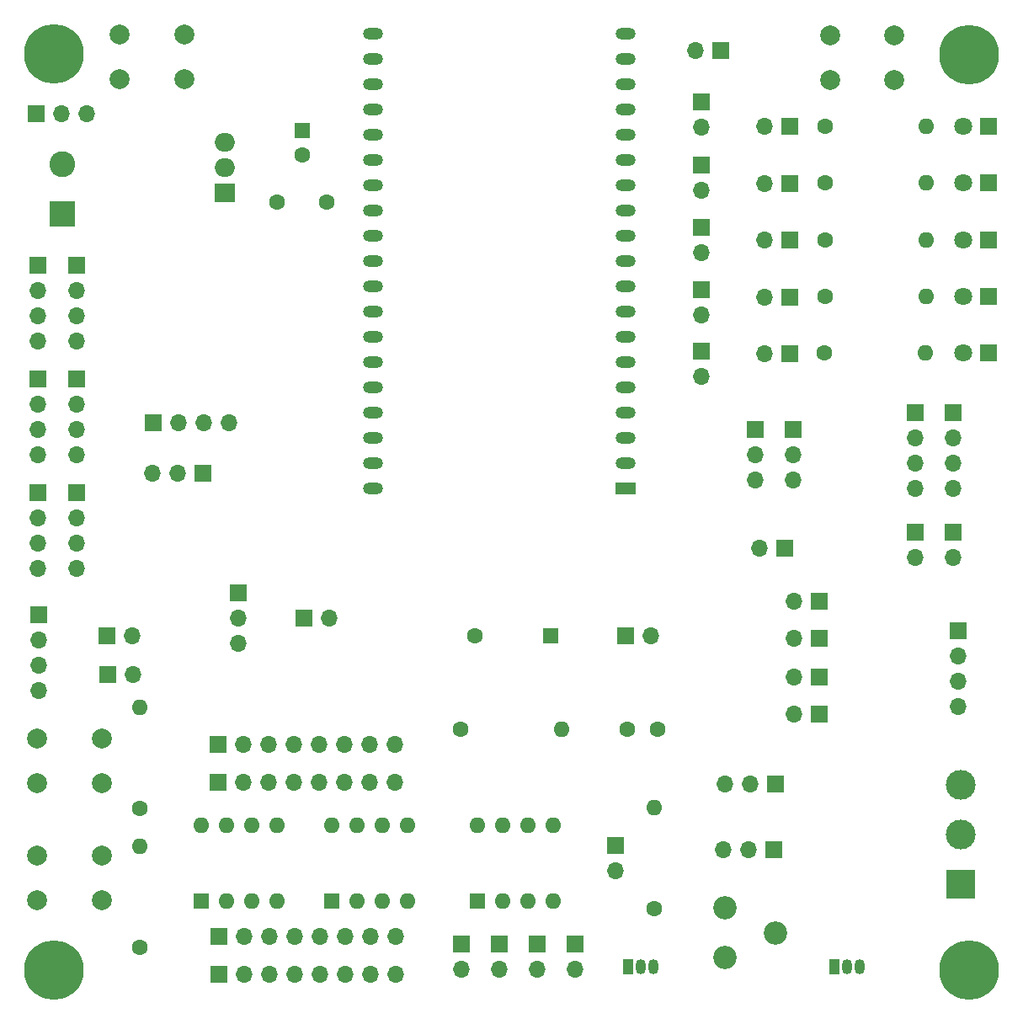
<source format=gbs>
G04 #@! TF.GenerationSoftware,KiCad,Pcbnew,8.0.7*
G04 #@! TF.CreationDate,2025-01-04T16:17:54-06:00*
G04 #@! TF.ProjectId,base_esp32,62617365-5f65-4737-9033-322e6b696361,v0.1*
G04 #@! TF.SameCoordinates,Original*
G04 #@! TF.FileFunction,Soldermask,Bot*
G04 #@! TF.FilePolarity,Negative*
%FSLAX46Y46*%
G04 Gerber Fmt 4.6, Leading zero omitted, Abs format (unit mm)*
G04 Created by KiCad (PCBNEW 8.0.7) date 2025-01-04 16:17:54*
%MOMM*%
%LPD*%
G01*
G04 APERTURE LIST*
%ADD10R,1.700000X1.700000*%
%ADD11O,1.700000X1.700000*%
%ADD12R,1.800000X1.800000*%
%ADD13C,1.800000*%
%ADD14C,1.600000*%
%ADD15R,1.600000X1.600000*%
%ADD16O,1.600000X1.600000*%
%ADD17C,2.000000*%
%ADD18R,1.050000X1.500000*%
%ADD19O,1.050000X1.500000*%
%ADD20C,3.400000*%
%ADD21C,6.000000*%
%ADD22R,2.600000X2.600000*%
%ADD23C,2.600000*%
%ADD24C,2.340000*%
%ADD25R,3.000000X3.000000*%
%ADD26C,3.000000*%
%ADD27R,2.000000X1.200000*%
%ADD28O,2.000000X1.200000*%
%ADD29R,2.000000X1.905000*%
%ADD30O,2.000000X1.905000*%
G04 APERTURE END LIST*
D10*
X105171000Y-60960000D03*
D11*
X107711000Y-60960000D03*
X110251000Y-60960000D03*
D10*
X180975000Y-73660000D03*
D11*
X178435000Y-73660000D03*
D10*
X197891400Y-112955000D03*
D11*
X197891400Y-115495000D03*
X197891400Y-118035000D03*
X197891400Y-120575000D03*
D12*
X200914000Y-73587000D03*
D13*
X198374000Y-73587000D03*
D12*
X200914000Y-67908500D03*
D13*
X198374000Y-67908500D03*
D10*
X183951800Y-121310400D03*
D11*
X181411800Y-121310400D03*
D10*
X105410000Y-111328200D03*
D11*
X105410000Y-113868200D03*
X105410000Y-116408200D03*
X105410000Y-118948200D03*
D14*
X129427600Y-69799200D03*
X134427600Y-69799200D03*
D15*
X121798000Y-140106800D03*
D16*
X124338000Y-140106800D03*
X126878000Y-140106800D03*
X129418000Y-140106800D03*
X129418000Y-132486800D03*
X126878000Y-132486800D03*
X124338000Y-132486800D03*
X121798000Y-132486800D03*
D10*
X193598800Y-90992800D03*
D11*
X193598800Y-93532800D03*
X193598800Y-96072800D03*
X193598800Y-98612800D03*
D17*
X105260000Y-135545000D03*
X111760000Y-135545000D03*
X105260000Y-140045000D03*
X111760000Y-140045000D03*
D10*
X183951800Y-113690400D03*
D11*
X181411800Y-113690400D03*
D14*
X184540000Y-79265500D03*
D16*
X194700000Y-79265500D03*
D10*
X173990000Y-54610000D03*
D11*
X171450000Y-54610000D03*
D10*
X172059600Y-84836000D03*
D11*
X172059600Y-87376000D03*
D18*
X164744400Y-146710400D03*
D19*
X166014400Y-146710400D03*
X167284400Y-146710400D03*
D10*
X123535200Y-147472800D03*
D11*
X126075200Y-147472800D03*
X128615200Y-147472800D03*
X131155200Y-147472800D03*
X133695200Y-147472800D03*
X136235200Y-147472800D03*
X138775200Y-147472800D03*
X141315200Y-147472800D03*
D10*
X151739600Y-144368600D03*
D11*
X151739600Y-146908600D03*
D10*
X172059600Y-66085800D03*
D11*
X172059600Y-68625800D03*
D20*
X199000000Y-147000000D03*
D21*
X199000000Y-147000000D03*
D22*
X107831000Y-70993000D03*
D23*
X107831000Y-65993000D03*
D10*
X172059600Y-78587600D03*
D11*
X172059600Y-81127600D03*
D17*
X105260000Y-123770000D03*
X111760000Y-123770000D03*
X105260000Y-128270000D03*
X111760000Y-128270000D03*
D10*
X180975000Y-85090000D03*
D11*
X178435000Y-85090000D03*
D10*
X172085000Y-59740800D03*
D11*
X172085000Y-62280800D03*
D14*
X147904200Y-122783600D03*
D16*
X158064200Y-122783600D03*
D10*
X123509800Y-124384200D03*
D11*
X126049800Y-124384200D03*
X128589800Y-124384200D03*
X131129800Y-124384200D03*
X133669800Y-124384200D03*
X136209800Y-124384200D03*
X138749800Y-124384200D03*
X141289800Y-124384200D03*
D14*
X184540000Y-62230000D03*
D16*
X194700000Y-62230000D03*
D17*
X184989324Y-53071200D03*
X191489324Y-53071200D03*
X184989324Y-57571200D03*
X191489324Y-57571200D03*
D15*
X134939800Y-140106800D03*
D16*
X137479800Y-140106800D03*
X140019800Y-140106800D03*
X142559800Y-140106800D03*
X142559800Y-132486800D03*
X140019800Y-132486800D03*
X137479800Y-132486800D03*
X134939800Y-132486800D03*
D10*
X181299800Y-92674200D03*
D11*
X181299800Y-95214200D03*
X181299800Y-97754200D03*
D10*
X121991600Y-97053400D03*
D11*
X119451600Y-97053400D03*
X116911600Y-97053400D03*
D10*
X109220000Y-99060000D03*
D11*
X109220000Y-101600000D03*
X109220000Y-104140000D03*
X109220000Y-106680000D03*
D10*
X180975000Y-67945000D03*
D11*
X178435000Y-67945000D03*
D10*
X132105400Y-111633000D03*
D11*
X134645400Y-111633000D03*
D14*
X184480000Y-84944000D03*
D16*
X194640000Y-84944000D03*
D18*
X185470800Y-146685000D03*
D19*
X186740800Y-146685000D03*
X188010800Y-146685000D03*
D10*
X193598800Y-102971600D03*
D11*
X193598800Y-105511600D03*
D12*
X200914000Y-62230000D03*
D13*
X198374000Y-62230000D03*
D24*
X174487200Y-145796000D03*
X179487200Y-143296000D03*
X174487200Y-140796000D03*
D10*
X180975000Y-62230000D03*
D11*
X178435000Y-62230000D03*
D10*
X164485400Y-113411000D03*
D11*
X167025400Y-113411000D03*
D14*
X115570000Y-144780000D03*
D16*
X115570000Y-134620000D03*
D14*
X167640000Y-122809000D03*
X164640000Y-122809000D03*
D25*
X198120000Y-138430000D03*
D26*
X198120000Y-133430000D03*
X198120000Y-128430000D03*
D10*
X183951800Y-109931200D03*
D11*
X181411800Y-109931200D03*
D12*
X200914000Y-84944000D03*
D13*
X198374000Y-84944000D03*
D10*
X125552200Y-109118400D03*
D11*
X125552200Y-111658400D03*
X125552200Y-114198400D03*
D10*
X112359600Y-117348000D03*
D11*
X114899600Y-117348000D03*
D10*
X180467000Y-104597200D03*
D11*
X177927000Y-104597200D03*
D10*
X177489800Y-92674200D03*
D11*
X177489800Y-95214200D03*
X177489800Y-97754200D03*
D27*
X164465000Y-98643440D03*
D28*
X164465000Y-96103440D03*
X164465000Y-93563440D03*
X164465000Y-91023440D03*
X164465000Y-88483440D03*
X164465000Y-85943440D03*
X164465000Y-83403440D03*
X164465000Y-80863440D03*
X164465000Y-78323440D03*
X164465000Y-75783440D03*
X164465000Y-73243440D03*
X164465000Y-70703440D03*
X164465000Y-68163440D03*
X164465000Y-65623440D03*
X164465000Y-63083440D03*
X164465000Y-60543440D03*
X164465000Y-58003440D03*
X164465000Y-55463440D03*
X164465000Y-52923440D03*
X139068680Y-52926160D03*
X139068680Y-55466160D03*
X139065000Y-58003440D03*
X139065000Y-60543440D03*
X139065000Y-63083440D03*
X139065000Y-65623440D03*
X139065000Y-68163440D03*
X139065000Y-70703440D03*
X139065000Y-73243440D03*
X139065000Y-75783440D03*
X139065000Y-78323440D03*
X139065000Y-80863440D03*
X139065000Y-83403440D03*
X139065000Y-85943440D03*
X139065000Y-88483440D03*
X139065000Y-91023440D03*
X139065000Y-93563440D03*
X139065000Y-96103440D03*
X139065000Y-98643440D03*
D10*
X179512200Y-128332000D03*
D11*
X176972200Y-128332000D03*
X174432200Y-128332000D03*
D10*
X179400200Y-134936000D03*
D11*
X176860200Y-134936000D03*
X174320200Y-134936000D03*
D10*
X123509800Y-128194200D03*
D11*
X126049800Y-128194200D03*
X128589800Y-128194200D03*
X131129800Y-128194200D03*
X133669800Y-128194200D03*
X136209800Y-128194200D03*
X138749800Y-128194200D03*
X141289800Y-128194200D03*
D10*
X105385000Y-87640000D03*
D11*
X105385000Y-90180000D03*
X105385000Y-92720000D03*
X105385000Y-95260000D03*
D14*
X184540000Y-73587000D03*
D16*
X194700000Y-73587000D03*
D10*
X163449000Y-134513400D03*
D11*
X163449000Y-137053400D03*
D10*
X147929600Y-144368600D03*
D11*
X147929600Y-146908600D03*
D14*
X184540000Y-67908500D03*
D16*
X194700000Y-67908500D03*
D14*
X167309800Y-140868400D03*
D16*
X167309800Y-130708400D03*
D20*
X199000000Y-55000000D03*
D21*
X199000000Y-55000000D03*
D10*
X105385000Y-76200000D03*
D11*
X105385000Y-78740000D03*
X105385000Y-81280000D03*
X105385000Y-83820000D03*
D10*
X197408800Y-90992800D03*
D11*
X197408800Y-93532800D03*
X197408800Y-96072800D03*
X197408800Y-98612800D03*
D10*
X105385000Y-99060000D03*
D11*
X105385000Y-101600000D03*
X105385000Y-104140000D03*
X105385000Y-106680000D03*
D10*
X123535200Y-143662800D03*
D11*
X126075200Y-143662800D03*
X128615200Y-143662800D03*
X131155200Y-143662800D03*
X133695200Y-143662800D03*
X136235200Y-143662800D03*
X138775200Y-143662800D03*
X141315200Y-143662800D03*
D20*
X107000000Y-54925000D03*
D21*
X107000000Y-54925000D03*
D29*
X124135000Y-68884800D03*
D30*
X124135000Y-66344800D03*
X124135000Y-63804800D03*
D10*
X112288400Y-113436400D03*
D11*
X114828400Y-113436400D03*
D14*
X115570000Y-130810000D03*
D16*
X115570000Y-120650000D03*
D10*
X172059600Y-72339200D03*
D11*
X172059600Y-74879200D03*
D10*
X109220000Y-87630000D03*
D11*
X109220000Y-90170000D03*
X109220000Y-92710000D03*
X109220000Y-95250000D03*
D10*
X155549600Y-144368600D03*
D11*
X155549600Y-146908600D03*
D17*
X120090000Y-57495000D03*
X113590000Y-57495000D03*
X120090000Y-52995000D03*
X113590000Y-52995000D03*
D10*
X159359600Y-144368600D03*
D11*
X159359600Y-146908600D03*
D10*
X116941600Y-91973400D03*
D11*
X119481600Y-91973400D03*
X122021600Y-91973400D03*
X124561600Y-91973400D03*
D20*
X107000000Y-147000000D03*
D21*
X107000000Y-147000000D03*
D10*
X180975000Y-79375000D03*
D11*
X178435000Y-79375000D03*
D10*
X197408800Y-102971600D03*
D11*
X197408800Y-105511600D03*
D12*
X200914000Y-79265500D03*
D13*
X198374000Y-79265500D03*
D10*
X183951800Y-117576600D03*
D11*
X181411800Y-117576600D03*
D10*
X109220000Y-76200000D03*
D11*
X109220000Y-78740000D03*
X109220000Y-81280000D03*
X109220000Y-83820000D03*
D15*
X131927600Y-62599688D03*
D14*
X131927600Y-65099688D03*
D15*
X149529800Y-140106400D03*
D16*
X152069800Y-140106400D03*
X154609800Y-140106400D03*
X157149800Y-140106400D03*
X157149800Y-132486400D03*
X154609800Y-132486400D03*
X152069800Y-132486400D03*
X149529800Y-132486400D03*
D15*
X156936600Y-113385600D03*
D14*
X149336600Y-113385600D03*
M02*

</source>
